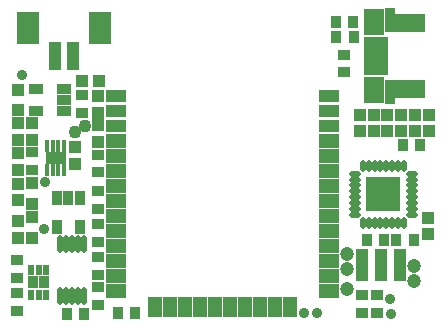
<source format=gts>
G04 Layer_Color=8388736*
%FSAX44Y44*%
%MOMM*%
G71*
G01*
G75*
%ADD50R,1.1032X0.9032*%
%ADD51R,1.1032X1.0032*%
%ADD52R,1.1232X1.0232*%
%ADD53R,0.9032X1.1032*%
%ADD54R,0.5532X0.8532*%
%ADD55R,0.9232X1.0632*%
%ADD56R,1.6532X2.2032*%
%ADD57R,2.0032X0.6532*%
%ADD58R,3.4532X1.5032*%
%ADD59R,0.9032X0.7532*%
%ADD60O,1.0032X0.4532*%
%ADD61O,0.4532X1.0032*%
%ADD62R,2.9032X2.9032*%
%ADD63R,1.7032X1.1032*%
%ADD64R,1.7032X1.1532*%
%ADD65R,1.1532X1.7032*%
%ADD66R,1.0032X1.1032*%
%ADD67O,0.4500X1.5000*%
%ADD68R,1.0532X2.4032*%
%ADD69R,1.9032X2.7032*%
%ADD70R,1.0000X2.7000*%
%ADD71R,1.3032X0.8532*%
%ADD72R,1.8032X1.0932*%
%ADD73R,0.4532X1.0032*%
%ADD74R,0.8532X1.3032*%
%ADD75O,1.5032X1.0032*%
%ADD76O,1.4032X1.0032*%
%ADD77C,1.1032*%
%ADD78C,1.2032*%
%ADD79C,0.9032*%
D50*
X01102614Y00743338D02*
D03*
Y00728338D02*
D03*
X01089152Y00728338D02*
D03*
Y00743338D02*
D03*
X00810006Y00863988D02*
D03*
Y00848988D02*
D03*
X00797560Y00745116D02*
D03*
Y00730116D02*
D03*
X00797560Y00757802D02*
D03*
Y00772802D02*
D03*
X00866140Y00775342D02*
D03*
Y00760342D02*
D03*
X00852170Y00912248D02*
D03*
Y00897248D02*
D03*
X00865886Y00788028D02*
D03*
Y00803028D02*
D03*
X00866140Y00734688D02*
D03*
Y00749688D02*
D03*
X00865886Y00862210D02*
D03*
Y00847210D02*
D03*
X00865886Y00815968D02*
D03*
Y00830968D02*
D03*
X01073912Y00931792D02*
D03*
Y00946792D02*
D03*
D51*
X00810006Y00874634D02*
D03*
Y00888634D02*
D03*
X00798068Y00874634D02*
D03*
Y00888634D02*
D03*
X00798068Y00863488D02*
D03*
Y00849488D02*
D03*
X00798068Y00805718D02*
D03*
Y00791718D02*
D03*
X00798068Y00823580D02*
D03*
Y00837580D02*
D03*
X01146048Y00882000D02*
D03*
Y00896000D02*
D03*
X01134364Y00882000D02*
D03*
Y00896000D02*
D03*
X01122680Y00896000D02*
D03*
Y00882000D02*
D03*
X00865886Y00873110D02*
D03*
Y00887110D02*
D03*
X01145540Y00794624D02*
D03*
Y00808624D02*
D03*
X00865886Y00911748D02*
D03*
Y00897748D02*
D03*
X01110996Y00896000D02*
D03*
Y00882000D02*
D03*
X01099312Y00896000D02*
D03*
Y00882000D02*
D03*
X01087628Y00896000D02*
D03*
Y00882000D02*
D03*
X00846582Y00868568D02*
D03*
Y00854568D02*
D03*
D52*
X00810260Y00791718D02*
D03*
Y00809118D02*
D03*
Y00837756D02*
D03*
Y00820356D02*
D03*
X00798322Y00899604D02*
D03*
Y00917004D02*
D03*
D53*
X00854590Y00727456D02*
D03*
X00839590D02*
D03*
X00897770Y00727710D02*
D03*
X00882770D02*
D03*
X01124070Y00870204D02*
D03*
X01139070D02*
D03*
X01133736Y00789686D02*
D03*
X01118736D02*
D03*
X01082308Y00974090D02*
D03*
X01067308D02*
D03*
X01082428Y00961898D02*
D03*
X01067428D02*
D03*
X01108590Y00789686D02*
D03*
X01093590D02*
D03*
D54*
X00809348Y00743672D02*
D03*
X00815848D02*
D03*
X00822348D02*
D03*
X00809348Y00764072D02*
D03*
X00815848D02*
D03*
X00822348D02*
D03*
D55*
X00811276Y00753872D02*
D03*
X00820420D02*
D03*
D56*
X01099746Y00974702D02*
D03*
Y00916702D02*
D03*
D57*
X01101746Y00932702D02*
D03*
Y00939202D02*
D03*
Y00945702D02*
D03*
Y00952202D02*
D03*
Y00958702D02*
D03*
D58*
X01126246Y00973702D02*
D03*
Y00917702D02*
D03*
D59*
X01113496Y00982702D02*
D03*
Y00908702D02*
D03*
D60*
X01131944Y00811048D02*
D03*
Y00816048D02*
D03*
Y00821048D02*
D03*
Y00826048D02*
D03*
Y00831048D02*
D03*
Y00836048D02*
D03*
Y00841048D02*
D03*
Y00846048D02*
D03*
X01083444D02*
D03*
Y00841048D02*
D03*
Y00836048D02*
D03*
Y00831048D02*
D03*
Y00826048D02*
D03*
Y00821048D02*
D03*
Y00816048D02*
D03*
Y00811048D02*
D03*
D61*
X01125194Y00852798D02*
D03*
X01120194D02*
D03*
X01115194D02*
D03*
X01110194D02*
D03*
X01105194D02*
D03*
X01100194D02*
D03*
X01095194D02*
D03*
X01090194D02*
D03*
Y00804298D02*
D03*
X01095194D02*
D03*
X01100194D02*
D03*
X01105194D02*
D03*
X01110194D02*
D03*
X01115194D02*
D03*
X01120194D02*
D03*
X01125194D02*
D03*
D62*
X01107694Y00828548D02*
D03*
D63*
X01061546Y00911890D02*
D03*
Y00899190D02*
D03*
Y00886490D02*
D03*
X00881046D02*
D03*
Y00899190D02*
D03*
Y00911890D02*
D03*
D64*
X01061546Y00873790D02*
D03*
Y00861090D02*
D03*
Y00848390D02*
D03*
Y00835690D02*
D03*
Y00822990D02*
D03*
Y00810290D02*
D03*
Y00797590D02*
D03*
Y00784890D02*
D03*
Y00772190D02*
D03*
Y00759490D02*
D03*
Y00746790D02*
D03*
X00881046D02*
D03*
Y00759490D02*
D03*
Y00772190D02*
D03*
Y00784890D02*
D03*
Y00797590D02*
D03*
Y00810290D02*
D03*
Y00822990D02*
D03*
Y00835690D02*
D03*
Y00848390D02*
D03*
Y00861090D02*
D03*
Y00873790D02*
D03*
D65*
X01028446Y00732790D02*
D03*
X01015746D02*
D03*
X01003046D02*
D03*
X00990346D02*
D03*
X00977646D02*
D03*
X00964946D02*
D03*
X00952246D02*
D03*
X00939546D02*
D03*
X00926846D02*
D03*
X00914146D02*
D03*
D66*
X00852536Y00924306D02*
D03*
X00866536D02*
D03*
D67*
X00853788Y00786794D02*
D03*
X00848788D02*
D03*
X00843788D02*
D03*
X00838788D02*
D03*
X00833788D02*
D03*
X00853788Y00742794D02*
D03*
X00848788D02*
D03*
X00843788D02*
D03*
X00838788D02*
D03*
X00833788D02*
D03*
D68*
X00829665Y00946031D02*
D03*
X00844665D02*
D03*
D69*
X00806775Y00969637D02*
D03*
X00867593D02*
D03*
D70*
X01089660Y00768604D02*
D03*
X01105662D02*
D03*
X01121664D02*
D03*
D71*
X00837246Y00899058D02*
D03*
Y00908558D02*
D03*
Y00918058D02*
D03*
X00813246D02*
D03*
Y00899058D02*
D03*
D72*
X00830072Y00859282D02*
D03*
D73*
X00822572Y00848832D02*
D03*
X00827572D02*
D03*
X00832572D02*
D03*
X00837572D02*
D03*
X00822572Y00869732D02*
D03*
X00827572D02*
D03*
X00832572D02*
D03*
X00837572D02*
D03*
D74*
X00850494Y00825054D02*
D03*
X00840994D02*
D03*
X00831494D02*
D03*
Y00801054D02*
D03*
X00850494D02*
D03*
D75*
X01130046Y00973802D02*
D03*
Y00917702D02*
D03*
D76*
X01099746Y00921502D02*
D03*
Y00970002D02*
D03*
D77*
X00846836Y00881634D02*
D03*
X00855218Y00886460D02*
D03*
D78*
X01076960Y00765048D02*
D03*
Y00778002D02*
D03*
Y00748284D02*
D03*
X01133602Y00767588D02*
D03*
X01133348Y00754888D02*
D03*
D79*
X01114044Y00727202D02*
D03*
X01113536Y00739648D02*
D03*
X00820420Y00799084D02*
D03*
X00821436Y00838962D02*
D03*
X01040130Y00727710D02*
D03*
X01051814D02*
D03*
X00801370Y00929894D02*
D03*
M02*

</source>
